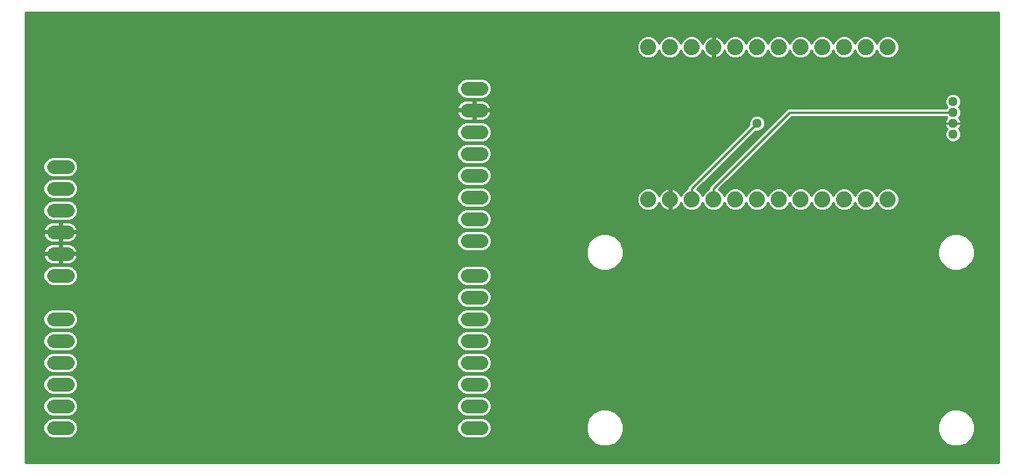
<source format=gbl>
G75*
G70*
%OFA0B0*%
%FSLAX24Y24*%
%IPPOS*%
%LPD*%
%AMOC8*
5,1,8,0,0,1.08239X$1,22.5*
%
%ADD10C,0.0640*%
%ADD11C,0.0740*%
%ADD12C,0.0440*%
%ADD13C,0.0100*%
D10*
X001980Y002325D02*
X002620Y002325D01*
X002620Y003325D02*
X001980Y003325D01*
X001980Y004325D02*
X002620Y004325D01*
X002620Y005325D02*
X001980Y005325D01*
X001980Y006325D02*
X002620Y006325D01*
X002620Y007325D02*
X001980Y007325D01*
X001980Y009325D02*
X002620Y009325D01*
X002620Y010325D02*
X001980Y010325D01*
X001980Y011325D02*
X002620Y011325D01*
X002620Y012325D02*
X001980Y012325D01*
X001980Y013325D02*
X002620Y013325D01*
X002620Y014325D02*
X001980Y014325D01*
X020980Y013925D02*
X021620Y013925D01*
X021620Y014925D02*
X020980Y014925D01*
X020980Y015925D02*
X021620Y015925D01*
X021620Y016925D02*
X020980Y016925D01*
X020980Y017925D02*
X021620Y017925D01*
X021620Y012925D02*
X020980Y012925D01*
X020980Y011925D02*
X021620Y011925D01*
X021620Y010925D02*
X020980Y010925D01*
X020980Y009325D02*
X021620Y009325D01*
X021620Y008325D02*
X020980Y008325D01*
X020980Y007325D02*
X021620Y007325D01*
X021620Y006325D02*
X020980Y006325D01*
X020980Y005325D02*
X021620Y005325D01*
X021620Y004325D02*
X020980Y004325D01*
X020980Y003325D02*
X021620Y003325D01*
X021620Y002325D02*
X020980Y002325D01*
D11*
X029300Y012825D03*
X030300Y012825D03*
X031300Y012825D03*
X032300Y012825D03*
X033300Y012825D03*
X034300Y012825D03*
X035300Y012825D03*
X036300Y012825D03*
X037300Y012825D03*
X038300Y012825D03*
X039300Y012825D03*
X040300Y012825D03*
X040300Y019825D03*
X039300Y019825D03*
X038300Y019825D03*
X037300Y019825D03*
X036300Y019825D03*
X035300Y019825D03*
X034300Y019825D03*
X033300Y019825D03*
X032300Y019825D03*
X031300Y019825D03*
X030300Y019825D03*
X029300Y019825D03*
D12*
X034300Y016325D03*
X043300Y016325D03*
X043300Y015825D03*
X043300Y016825D03*
X043300Y017325D03*
D13*
X000700Y021425D02*
X000700Y000725D01*
X045400Y000725D01*
X045400Y021425D01*
X000700Y021425D01*
X000700Y021404D02*
X045400Y021404D01*
X045400Y021306D02*
X000700Y021306D01*
X000700Y021207D02*
X045400Y021207D01*
X045400Y021109D02*
X000700Y021109D01*
X000700Y021010D02*
X045400Y021010D01*
X045400Y020912D02*
X000700Y020912D01*
X000700Y020813D02*
X045400Y020813D01*
X045400Y020715D02*
X000700Y020715D01*
X000700Y020616D02*
X045400Y020616D01*
X045400Y020518D02*
X000700Y020518D01*
X000700Y020419D02*
X045400Y020419D01*
X045400Y020321D02*
X040462Y020321D01*
X040403Y020345D02*
X040595Y020266D01*
X040741Y020120D01*
X040820Y019928D01*
X040820Y019722D01*
X040741Y019530D01*
X040595Y019384D01*
X040403Y019305D01*
X040197Y019305D01*
X040005Y019384D01*
X039859Y019530D01*
X039800Y019673D01*
X039741Y019530D01*
X039595Y019384D01*
X039403Y019305D01*
X039197Y019305D01*
X039005Y019384D01*
X038859Y019530D01*
X038800Y019673D01*
X038741Y019530D01*
X038595Y019384D01*
X038403Y019305D01*
X038197Y019305D01*
X038005Y019384D01*
X037859Y019530D01*
X037800Y019673D01*
X037741Y019530D01*
X037595Y019384D01*
X037403Y019305D01*
X037197Y019305D01*
X037005Y019384D01*
X036859Y019530D01*
X036800Y019673D01*
X036741Y019530D01*
X036595Y019384D01*
X036403Y019305D01*
X036197Y019305D01*
X036005Y019384D01*
X035859Y019530D01*
X035800Y019673D01*
X035741Y019530D01*
X035595Y019384D01*
X035403Y019305D01*
X035197Y019305D01*
X035005Y019384D01*
X034859Y019530D01*
X034800Y019673D01*
X034741Y019530D01*
X034595Y019384D01*
X034403Y019305D01*
X034197Y019305D01*
X034005Y019384D01*
X033859Y019530D01*
X033800Y019673D01*
X033741Y019530D01*
X033595Y019384D01*
X033403Y019305D01*
X033197Y019305D01*
X033005Y019384D01*
X032859Y019530D01*
X032799Y019677D01*
X032782Y019625D01*
X032745Y019552D01*
X032697Y019486D01*
X032639Y019428D01*
X032573Y019380D01*
X032500Y019343D01*
X032422Y019318D01*
X032350Y019306D01*
X032350Y019775D01*
X032250Y019775D01*
X032250Y019306D01*
X032178Y019318D01*
X032100Y019343D01*
X032027Y019380D01*
X031961Y019428D01*
X031903Y019486D01*
X031855Y019552D01*
X031818Y019625D01*
X031801Y019677D01*
X031741Y019530D01*
X031595Y019384D01*
X031403Y019305D01*
X031197Y019305D01*
X031005Y019384D01*
X030859Y019530D01*
X030800Y019673D01*
X030741Y019530D01*
X030595Y019384D01*
X030403Y019305D01*
X030197Y019305D01*
X030005Y019384D01*
X029859Y019530D01*
X029800Y019673D01*
X029741Y019530D01*
X029595Y019384D01*
X029403Y019305D01*
X029197Y019305D01*
X029005Y019384D01*
X028859Y019530D01*
X028780Y019722D01*
X028780Y019928D01*
X028859Y020120D01*
X029005Y020266D01*
X029197Y020345D01*
X029403Y020345D01*
X029595Y020266D01*
X029741Y020120D01*
X029800Y019977D01*
X029859Y020120D01*
X030005Y020266D01*
X030197Y020345D01*
X030403Y020345D01*
X030595Y020266D01*
X030741Y020120D01*
X030800Y019977D01*
X030859Y020120D01*
X031005Y020266D01*
X031197Y020345D01*
X031403Y020345D01*
X031595Y020266D01*
X031741Y020120D01*
X031801Y019973D01*
X031818Y020025D01*
X031780Y020025D01*
X031818Y020025D02*
X031855Y020098D01*
X031903Y020164D01*
X031961Y020222D01*
X032027Y020270D01*
X032100Y020307D01*
X032178Y020332D01*
X032250Y020344D01*
X032250Y019875D01*
X032350Y019875D01*
X032350Y020344D01*
X032422Y020332D01*
X032500Y020307D01*
X032573Y020270D01*
X032639Y020222D01*
X032697Y020164D01*
X032745Y020098D01*
X032782Y020025D01*
X032820Y020025D01*
X032782Y020025D02*
X032799Y019973D01*
X032859Y020120D01*
X033005Y020266D01*
X033197Y020345D01*
X033403Y020345D01*
X033595Y020266D01*
X033741Y020120D01*
X033800Y019977D01*
X033859Y020120D01*
X034005Y020266D01*
X034197Y020345D01*
X034403Y020345D01*
X034595Y020266D01*
X034741Y020120D01*
X034800Y019977D01*
X034859Y020120D01*
X035005Y020266D01*
X035197Y020345D01*
X035403Y020345D01*
X035595Y020266D01*
X035741Y020120D01*
X035800Y019977D01*
X035859Y020120D01*
X036005Y020266D01*
X036197Y020345D01*
X036403Y020345D01*
X036595Y020266D01*
X036741Y020120D01*
X036800Y019977D01*
X036859Y020120D01*
X037005Y020266D01*
X037197Y020345D01*
X037403Y020345D01*
X037595Y020266D01*
X037741Y020120D01*
X037800Y019977D01*
X037859Y020120D01*
X038005Y020266D01*
X038197Y020345D01*
X038403Y020345D01*
X038595Y020266D01*
X038741Y020120D01*
X038800Y019977D01*
X038859Y020120D01*
X039005Y020266D01*
X039197Y020345D01*
X039403Y020345D01*
X039595Y020266D01*
X039741Y020120D01*
X039800Y019977D01*
X039859Y020120D01*
X040005Y020266D01*
X040197Y020345D01*
X040403Y020345D01*
X040638Y020222D02*
X045400Y020222D01*
X045400Y020124D02*
X040737Y020124D01*
X040780Y020025D02*
X045400Y020025D01*
X045400Y019927D02*
X040820Y019927D01*
X040820Y019828D02*
X045400Y019828D01*
X045400Y019730D02*
X040820Y019730D01*
X040783Y019631D02*
X045400Y019631D01*
X045400Y019533D02*
X040742Y019533D01*
X040644Y019434D02*
X045400Y019434D01*
X045400Y019336D02*
X040477Y019336D01*
X040123Y019336D02*
X039477Y019336D01*
X039644Y019434D02*
X039956Y019434D01*
X039858Y019533D02*
X039742Y019533D01*
X039783Y019631D02*
X039817Y019631D01*
X039820Y020025D02*
X039780Y020025D01*
X039737Y020124D02*
X039863Y020124D01*
X039962Y020222D02*
X039638Y020222D01*
X039462Y020321D02*
X040138Y020321D01*
X039138Y020321D02*
X038462Y020321D01*
X038638Y020222D02*
X038962Y020222D01*
X038863Y020124D02*
X038737Y020124D01*
X038780Y020025D02*
X038820Y020025D01*
X038817Y019631D02*
X038783Y019631D01*
X038742Y019533D02*
X038858Y019533D01*
X038956Y019434D02*
X038644Y019434D01*
X038477Y019336D02*
X039123Y019336D01*
X038123Y019336D02*
X037477Y019336D01*
X037644Y019434D02*
X037956Y019434D01*
X037858Y019533D02*
X037742Y019533D01*
X037783Y019631D02*
X037817Y019631D01*
X037820Y020025D02*
X037780Y020025D01*
X037737Y020124D02*
X037863Y020124D01*
X037962Y020222D02*
X037638Y020222D01*
X037462Y020321D02*
X038138Y020321D01*
X037138Y020321D02*
X036462Y020321D01*
X036638Y020222D02*
X036962Y020222D01*
X036863Y020124D02*
X036737Y020124D01*
X036780Y020025D02*
X036820Y020025D01*
X036817Y019631D02*
X036783Y019631D01*
X036742Y019533D02*
X036858Y019533D01*
X036956Y019434D02*
X036644Y019434D01*
X036477Y019336D02*
X037123Y019336D01*
X036123Y019336D02*
X035477Y019336D01*
X035644Y019434D02*
X035956Y019434D01*
X035858Y019533D02*
X035742Y019533D01*
X035783Y019631D02*
X035817Y019631D01*
X034956Y019434D02*
X034644Y019434D01*
X034742Y019533D02*
X034858Y019533D01*
X034817Y019631D02*
X034783Y019631D01*
X034780Y020025D02*
X034820Y020025D01*
X034863Y020124D02*
X034737Y020124D01*
X034638Y020222D02*
X034962Y020222D01*
X035138Y020321D02*
X034462Y020321D01*
X034138Y020321D02*
X033462Y020321D01*
X033638Y020222D02*
X033962Y020222D01*
X033863Y020124D02*
X033737Y020124D01*
X033780Y020025D02*
X033820Y020025D01*
X033138Y020321D02*
X032458Y020321D01*
X032350Y020321D02*
X032250Y020321D01*
X032250Y020222D02*
X032350Y020222D01*
X032350Y020124D02*
X032250Y020124D01*
X032250Y020025D02*
X032350Y020025D01*
X032350Y019927D02*
X032250Y019927D01*
X032250Y019730D02*
X032350Y019730D01*
X032350Y019631D02*
X032250Y019631D01*
X032250Y019533D02*
X032350Y019533D01*
X032350Y019434D02*
X032250Y019434D01*
X032250Y019336D02*
X032350Y019336D01*
X032476Y019336D02*
X033123Y019336D01*
X032956Y019434D02*
X032644Y019434D01*
X032730Y019533D02*
X032858Y019533D01*
X032817Y019631D02*
X032784Y019631D01*
X032726Y020124D02*
X032863Y020124D01*
X032962Y020222D02*
X032638Y020222D01*
X032142Y020321D02*
X031462Y020321D01*
X031638Y020222D02*
X031962Y020222D01*
X031874Y020124D02*
X031737Y020124D01*
X031783Y019631D02*
X031816Y019631D01*
X031870Y019533D02*
X031742Y019533D01*
X031644Y019434D02*
X031956Y019434D01*
X032124Y019336D02*
X031477Y019336D01*
X031123Y019336D02*
X030477Y019336D01*
X030644Y019434D02*
X030956Y019434D01*
X030858Y019533D02*
X030742Y019533D01*
X030783Y019631D02*
X030817Y019631D01*
X030820Y020025D02*
X030780Y020025D01*
X030737Y020124D02*
X030863Y020124D01*
X030962Y020222D02*
X030638Y020222D01*
X030462Y020321D02*
X031138Y020321D01*
X030138Y020321D02*
X029462Y020321D01*
X029638Y020222D02*
X029962Y020222D01*
X029863Y020124D02*
X029737Y020124D01*
X029780Y020025D02*
X029820Y020025D01*
X029138Y020321D02*
X000700Y020321D01*
X000700Y020222D02*
X028962Y020222D01*
X028863Y020124D02*
X000700Y020124D01*
X000700Y020025D02*
X028820Y020025D01*
X028780Y019927D02*
X000700Y019927D01*
X000700Y019828D02*
X028780Y019828D01*
X028780Y019730D02*
X000700Y019730D01*
X000700Y019631D02*
X028817Y019631D01*
X028858Y019533D02*
X000700Y019533D01*
X000700Y019434D02*
X028956Y019434D01*
X029123Y019336D02*
X000700Y019336D01*
X000700Y019237D02*
X045400Y019237D01*
X045400Y019139D02*
X000700Y019139D01*
X000700Y019040D02*
X045400Y019040D01*
X045400Y018942D02*
X000700Y018942D01*
X000700Y018843D02*
X045400Y018843D01*
X045400Y018745D02*
X000700Y018745D01*
X000700Y018646D02*
X045400Y018646D01*
X045400Y018548D02*
X000700Y018548D01*
X000700Y018449D02*
X045400Y018449D01*
X045400Y018351D02*
X021821Y018351D01*
X021886Y018323D02*
X021713Y018395D01*
X020887Y018395D01*
X020714Y018323D01*
X020582Y018191D01*
X020510Y018018D01*
X020510Y017832D01*
X020582Y017659D01*
X020714Y017527D01*
X020887Y017455D01*
X021713Y017455D01*
X021886Y017527D01*
X022018Y017659D01*
X022090Y017832D01*
X022090Y018018D01*
X022018Y018191D01*
X021886Y018323D01*
X021958Y018252D02*
X045400Y018252D01*
X045400Y018154D02*
X022034Y018154D01*
X022075Y018055D02*
X045400Y018055D01*
X045400Y017957D02*
X022090Y017957D01*
X022090Y017858D02*
X045400Y017858D01*
X045400Y017760D02*
X022060Y017760D01*
X022019Y017661D02*
X043144Y017661D01*
X043090Y017639D02*
X042986Y017535D01*
X042930Y017399D01*
X042930Y017251D01*
X042986Y017115D01*
X043027Y017075D01*
X042986Y017035D01*
X042982Y017025D01*
X035717Y017025D01*
X035600Y016908D01*
X032100Y013408D01*
X032100Y013305D01*
X032005Y013266D01*
X031859Y013120D01*
X031800Y012977D01*
X031741Y013120D01*
X031595Y013266D01*
X031544Y013287D01*
X034217Y015959D01*
X034226Y015955D01*
X034374Y015955D01*
X034510Y016011D01*
X034614Y016115D01*
X034670Y016251D01*
X034670Y016399D01*
X034614Y016535D01*
X034510Y016639D01*
X034374Y016695D01*
X034226Y016695D01*
X034090Y016639D01*
X033986Y016535D01*
X033930Y016399D01*
X033930Y016251D01*
X033934Y016242D01*
X031100Y013408D01*
X031100Y013305D01*
X031005Y013266D01*
X030859Y013120D01*
X030799Y012973D01*
X030782Y013025D01*
X030745Y013098D01*
X030697Y013164D01*
X030639Y013222D01*
X030573Y013270D01*
X030500Y013307D01*
X030422Y013332D01*
X030350Y013344D01*
X030350Y012875D01*
X030250Y012875D01*
X030250Y013344D01*
X030178Y013332D01*
X030100Y013307D01*
X030027Y013270D01*
X029961Y013222D01*
X029903Y013164D01*
X029855Y013098D01*
X029818Y013025D01*
X029801Y012973D01*
X029741Y013120D01*
X029595Y013266D01*
X029403Y013345D01*
X029197Y013345D01*
X029005Y013266D01*
X028859Y013120D01*
X028780Y012928D01*
X028780Y012722D01*
X028859Y012530D01*
X029005Y012384D01*
X029197Y012305D01*
X029403Y012305D01*
X029595Y012384D01*
X029741Y012530D01*
X029801Y012677D01*
X029818Y012625D01*
X029855Y012552D01*
X029903Y012486D01*
X029961Y012428D01*
X030027Y012380D01*
X030100Y012343D01*
X030178Y012318D01*
X030250Y012306D01*
X030250Y012775D01*
X030350Y012775D01*
X030350Y012306D01*
X030422Y012318D01*
X030500Y012343D01*
X030573Y012380D01*
X030639Y012428D01*
X030697Y012486D01*
X030745Y012552D01*
X030782Y012625D01*
X030799Y012677D01*
X030859Y012530D01*
X031005Y012384D01*
X031197Y012305D01*
X031403Y012305D01*
X031595Y012384D01*
X031741Y012530D01*
X031800Y012673D01*
X031859Y012530D01*
X032005Y012384D01*
X032197Y012305D01*
X032403Y012305D01*
X032595Y012384D01*
X032741Y012530D01*
X032800Y012673D01*
X032859Y012530D01*
X033005Y012384D01*
X033197Y012305D01*
X033403Y012305D01*
X033595Y012384D01*
X033741Y012530D01*
X033800Y012673D01*
X033859Y012530D01*
X034005Y012384D01*
X034197Y012305D01*
X034403Y012305D01*
X034595Y012384D01*
X034741Y012530D01*
X034800Y012673D01*
X034859Y012530D01*
X035005Y012384D01*
X035197Y012305D01*
X035403Y012305D01*
X035595Y012384D01*
X035741Y012530D01*
X035800Y012673D01*
X035859Y012530D01*
X036005Y012384D01*
X036197Y012305D01*
X036403Y012305D01*
X036595Y012384D01*
X036741Y012530D01*
X036800Y012673D01*
X036859Y012530D01*
X037005Y012384D01*
X037197Y012305D01*
X037403Y012305D01*
X037595Y012384D01*
X037741Y012530D01*
X037800Y012673D01*
X037859Y012530D01*
X038005Y012384D01*
X038197Y012305D01*
X038403Y012305D01*
X038595Y012384D01*
X038741Y012530D01*
X038800Y012673D01*
X038859Y012530D01*
X039005Y012384D01*
X039197Y012305D01*
X039403Y012305D01*
X039595Y012384D01*
X039741Y012530D01*
X039800Y012673D01*
X039859Y012530D01*
X040005Y012384D01*
X040197Y012305D01*
X040403Y012305D01*
X040595Y012384D01*
X040741Y012530D01*
X040820Y012722D01*
X040820Y012928D01*
X040741Y013120D01*
X040595Y013266D01*
X040403Y013345D01*
X040197Y013345D01*
X040005Y013266D01*
X039859Y013120D01*
X039800Y012977D01*
X039741Y013120D01*
X039595Y013266D01*
X039403Y013345D01*
X039197Y013345D01*
X039005Y013266D01*
X038859Y013120D01*
X038800Y012977D01*
X038741Y013120D01*
X038595Y013266D01*
X038403Y013345D01*
X038197Y013345D01*
X038005Y013266D01*
X037859Y013120D01*
X037800Y012977D01*
X037741Y013120D01*
X037595Y013266D01*
X037403Y013345D01*
X037197Y013345D01*
X037005Y013266D01*
X036859Y013120D01*
X036800Y012977D01*
X036741Y013120D01*
X036595Y013266D01*
X036403Y013345D01*
X036197Y013345D01*
X036005Y013266D01*
X035859Y013120D01*
X035800Y012977D01*
X035741Y013120D01*
X035595Y013266D01*
X035403Y013345D01*
X035197Y013345D01*
X035005Y013266D01*
X034859Y013120D01*
X034800Y012977D01*
X034741Y013120D01*
X034595Y013266D01*
X034403Y013345D01*
X034197Y013345D01*
X034005Y013266D01*
X033859Y013120D01*
X033800Y012977D01*
X033741Y013120D01*
X033595Y013266D01*
X033403Y013345D01*
X033197Y013345D01*
X033005Y013266D01*
X032859Y013120D01*
X032800Y012977D01*
X032741Y013120D01*
X032595Y013266D01*
X032544Y013287D01*
X035883Y016625D01*
X042982Y016625D01*
X042986Y016615D01*
X043027Y016575D01*
X043013Y016561D01*
X042972Y016500D01*
X042944Y016433D01*
X042930Y016361D01*
X042930Y016325D01*
X043300Y016325D01*
X043670Y016325D01*
X043670Y016361D01*
X043656Y016433D01*
X043628Y016500D01*
X043587Y016561D01*
X043573Y016575D01*
X043614Y016615D01*
X043670Y016751D01*
X043670Y016899D01*
X043614Y017035D01*
X043573Y017075D01*
X043614Y017115D01*
X043670Y017251D01*
X043670Y017399D01*
X043614Y017535D01*
X043510Y017639D01*
X043374Y017695D01*
X043226Y017695D01*
X043090Y017639D01*
X043014Y017563D02*
X021922Y017563D01*
X021735Y017464D02*
X042957Y017464D01*
X042930Y017366D02*
X021785Y017366D01*
X021800Y017361D02*
X021730Y017383D01*
X021657Y017395D01*
X021350Y017395D01*
X021350Y016975D01*
X021250Y016975D01*
X021250Y017395D01*
X020943Y017395D01*
X020870Y017383D01*
X020800Y017361D01*
X020734Y017327D01*
X020674Y017283D01*
X020622Y017231D01*
X020578Y017171D01*
X020544Y017105D01*
X020522Y017035D01*
X020512Y016975D01*
X021250Y016975D01*
X021250Y016875D01*
X021350Y016875D01*
X021350Y016975D01*
X022088Y016975D01*
X022078Y017035D01*
X022056Y017105D01*
X022022Y017171D01*
X021978Y017231D01*
X021926Y017283D01*
X021866Y017327D01*
X021800Y017361D01*
X021943Y017267D02*
X042930Y017267D01*
X042964Y017169D02*
X022023Y017169D01*
X022067Y017070D02*
X043022Y017070D01*
X043300Y016825D02*
X035800Y016825D01*
X032300Y013325D01*
X032300Y012825D01*
X031823Y013032D02*
X031777Y013032D01*
X031730Y013130D02*
X031870Y013130D01*
X031968Y013229D02*
X031632Y013229D01*
X031585Y013327D02*
X032100Y013327D01*
X032118Y013426D02*
X031683Y013426D01*
X031782Y013524D02*
X032216Y013524D01*
X032315Y013623D02*
X031880Y013623D01*
X031979Y013721D02*
X032413Y013721D01*
X032512Y013820D02*
X032077Y013820D01*
X032176Y013918D02*
X032610Y013918D01*
X032709Y014017D02*
X032274Y014017D01*
X032373Y014115D02*
X032807Y014115D01*
X032906Y014214D02*
X032471Y014214D01*
X032570Y014312D02*
X033004Y014312D01*
X033103Y014411D02*
X032668Y014411D01*
X032767Y014509D02*
X033201Y014509D01*
X033300Y014608D02*
X032865Y014608D01*
X032964Y014706D02*
X033398Y014706D01*
X033497Y014805D02*
X033062Y014805D01*
X033161Y014903D02*
X033595Y014903D01*
X033694Y015002D02*
X033259Y015002D01*
X033358Y015100D02*
X033792Y015100D01*
X033891Y015199D02*
X033456Y015199D01*
X033555Y015297D02*
X033989Y015297D01*
X034088Y015396D02*
X033653Y015396D01*
X033752Y015494D02*
X034186Y015494D01*
X034285Y015593D02*
X033850Y015593D01*
X033949Y015691D02*
X034383Y015691D01*
X034482Y015790D02*
X034047Y015790D01*
X034146Y015888D02*
X034580Y015888D01*
X034679Y015987D02*
X034450Y015987D01*
X034583Y016085D02*
X034777Y016085D01*
X034876Y016184D02*
X034642Y016184D01*
X034670Y016282D02*
X034974Y016282D01*
X035073Y016381D02*
X034670Y016381D01*
X034637Y016479D02*
X035171Y016479D01*
X035270Y016578D02*
X034571Y016578D01*
X034419Y016676D02*
X035368Y016676D01*
X035467Y016775D02*
X022065Y016775D01*
X022056Y016745D02*
X022078Y016815D01*
X022088Y016875D01*
X021350Y016875D01*
X021350Y016455D01*
X021657Y016455D01*
X021730Y016467D01*
X021800Y016489D01*
X021866Y016523D01*
X021926Y016567D01*
X021978Y016619D01*
X022022Y016679D01*
X022056Y016745D01*
X022020Y016676D02*
X034181Y016676D01*
X034029Y016578D02*
X021937Y016578D01*
X021768Y016479D02*
X033963Y016479D01*
X033930Y016381D02*
X021748Y016381D01*
X021713Y016395D02*
X020887Y016395D01*
X020714Y016323D01*
X020582Y016191D01*
X020510Y016018D01*
X020510Y015832D01*
X020582Y015659D01*
X020714Y015527D01*
X020887Y015455D01*
X021713Y015455D01*
X021886Y015527D01*
X022018Y015659D01*
X022090Y015832D01*
X022090Y016018D01*
X022018Y016191D01*
X021886Y016323D01*
X021713Y016395D01*
X021928Y016282D02*
X033930Y016282D01*
X033876Y016184D02*
X022022Y016184D01*
X022062Y016085D02*
X033777Y016085D01*
X033679Y015987D02*
X022090Y015987D01*
X022090Y015888D02*
X033580Y015888D01*
X033482Y015790D02*
X022073Y015790D01*
X022032Y015691D02*
X033383Y015691D01*
X033285Y015593D02*
X021952Y015593D01*
X021808Y015494D02*
X033186Y015494D01*
X033088Y015396D02*
X000700Y015396D01*
X000700Y015494D02*
X020792Y015494D01*
X020887Y015395D02*
X020714Y015323D01*
X020582Y015191D01*
X020510Y015018D01*
X020510Y014832D01*
X020582Y014659D01*
X020714Y014527D01*
X020887Y014455D01*
X021713Y014455D01*
X021886Y014527D01*
X022018Y014659D01*
X022090Y014832D01*
X022090Y015018D01*
X022018Y015191D01*
X021886Y015323D01*
X021713Y015395D01*
X020887Y015395D01*
X020687Y015297D02*
X000700Y015297D01*
X000700Y015199D02*
X020589Y015199D01*
X020544Y015100D02*
X000700Y015100D01*
X000700Y015002D02*
X020510Y015002D01*
X020510Y014903D02*
X000700Y014903D01*
X000700Y014805D02*
X020521Y014805D01*
X020562Y014706D02*
X002904Y014706D01*
X002886Y014723D02*
X003018Y014591D01*
X003090Y014418D01*
X003090Y014232D01*
X003018Y014059D01*
X002886Y013927D01*
X002713Y013855D01*
X001887Y013855D01*
X001714Y013927D01*
X001582Y014059D01*
X001510Y014232D01*
X001510Y014418D01*
X001582Y014591D01*
X001714Y014723D01*
X001887Y014795D01*
X002713Y014795D01*
X002886Y014723D01*
X003002Y014608D02*
X020633Y014608D01*
X020756Y014509D02*
X003052Y014509D01*
X003090Y014411D02*
X032103Y014411D01*
X032201Y014509D02*
X021844Y014509D01*
X021967Y014608D02*
X032300Y014608D01*
X032398Y014706D02*
X022038Y014706D01*
X022079Y014805D02*
X032497Y014805D01*
X032595Y014903D02*
X022090Y014903D01*
X022090Y015002D02*
X032694Y015002D01*
X032792Y015100D02*
X022056Y015100D01*
X022011Y015199D02*
X032891Y015199D01*
X032989Y015297D02*
X021913Y015297D01*
X020648Y015593D02*
X000700Y015593D01*
X000700Y015691D02*
X020568Y015691D01*
X020527Y015790D02*
X000700Y015790D01*
X000700Y015888D02*
X020510Y015888D01*
X020510Y015987D02*
X000700Y015987D01*
X000700Y016085D02*
X020538Y016085D01*
X020578Y016184D02*
X000700Y016184D01*
X000700Y016282D02*
X020672Y016282D01*
X020852Y016381D02*
X000700Y016381D01*
X000700Y016479D02*
X020832Y016479D01*
X020800Y016489D02*
X020870Y016467D01*
X020943Y016455D01*
X021250Y016455D01*
X021250Y016875D01*
X020512Y016875D01*
X020522Y016815D01*
X020544Y016745D01*
X020578Y016679D01*
X020622Y016619D01*
X020674Y016567D01*
X020734Y016523D01*
X020800Y016489D01*
X020663Y016578D02*
X000700Y016578D01*
X000700Y016676D02*
X020580Y016676D01*
X020535Y016775D02*
X000700Y016775D01*
X000700Y016873D02*
X020512Y016873D01*
X020533Y017070D02*
X000700Y017070D01*
X000700Y016972D02*
X021250Y016972D01*
X021250Y017070D02*
X021350Y017070D01*
X021350Y016972D02*
X035664Y016972D01*
X035565Y016873D02*
X022088Y016873D01*
X021350Y016873D02*
X021250Y016873D01*
X021250Y016775D02*
X021350Y016775D01*
X021350Y016676D02*
X021250Y016676D01*
X021250Y016578D02*
X021350Y016578D01*
X021350Y016479D02*
X021250Y016479D01*
X021250Y017169D02*
X021350Y017169D01*
X021350Y017267D02*
X021250Y017267D01*
X021250Y017366D02*
X021350Y017366D01*
X020865Y017464D02*
X000700Y017464D01*
X000700Y017366D02*
X020815Y017366D01*
X020657Y017267D02*
X000700Y017267D01*
X000700Y017169D02*
X020577Y017169D01*
X020678Y017563D02*
X000700Y017563D01*
X000700Y017661D02*
X020581Y017661D01*
X020540Y017760D02*
X000700Y017760D01*
X000700Y017858D02*
X020510Y017858D01*
X020510Y017957D02*
X000700Y017957D01*
X000700Y018055D02*
X020525Y018055D01*
X020566Y018154D02*
X000700Y018154D01*
X000700Y018252D02*
X020642Y018252D01*
X020779Y018351D02*
X000700Y018351D01*
X000700Y014706D02*
X001696Y014706D01*
X001598Y014608D02*
X000700Y014608D01*
X000700Y014509D02*
X001548Y014509D01*
X001510Y014411D02*
X000700Y014411D01*
X000700Y014312D02*
X001510Y014312D01*
X001517Y014214D02*
X000700Y014214D01*
X000700Y014115D02*
X001558Y014115D01*
X001624Y014017D02*
X000700Y014017D01*
X000700Y013918D02*
X001734Y013918D01*
X001714Y013723D02*
X001582Y013591D01*
X001510Y013418D01*
X001510Y013232D01*
X001582Y013059D01*
X001714Y012927D01*
X001887Y012855D01*
X002713Y012855D01*
X002886Y012927D01*
X003018Y013059D01*
X003090Y013232D01*
X003090Y013418D01*
X003018Y013591D01*
X002886Y013723D01*
X002713Y013795D01*
X001887Y013795D01*
X001714Y013723D01*
X001711Y013721D02*
X000700Y013721D01*
X000700Y013623D02*
X001613Y013623D01*
X001554Y013524D02*
X000700Y013524D01*
X000700Y013426D02*
X001513Y013426D01*
X001510Y013327D02*
X000700Y013327D01*
X000700Y013229D02*
X001511Y013229D01*
X001552Y013130D02*
X000700Y013130D01*
X000700Y013032D02*
X001609Y013032D01*
X001707Y012933D02*
X000700Y012933D01*
X000700Y012835D02*
X020510Y012835D01*
X020510Y012832D02*
X020582Y012659D01*
X020714Y012527D01*
X020887Y012455D01*
X021713Y012455D01*
X021886Y012527D01*
X022018Y012659D01*
X022090Y012832D01*
X022090Y013018D01*
X022018Y013191D01*
X021886Y013323D01*
X021713Y013395D01*
X020887Y013395D01*
X020714Y013323D01*
X020582Y013191D01*
X020510Y013018D01*
X020510Y012832D01*
X020510Y012933D02*
X002893Y012933D01*
X002991Y013032D02*
X020515Y013032D01*
X020556Y013130D02*
X003048Y013130D01*
X003089Y013229D02*
X020619Y013229D01*
X020722Y013327D02*
X003090Y013327D01*
X003087Y013426D02*
X031118Y013426D01*
X031100Y013327D02*
X030438Y013327D01*
X030350Y013327D02*
X030250Y013327D01*
X030162Y013327D02*
X029447Y013327D01*
X029632Y013229D02*
X029971Y013229D01*
X029879Y013130D02*
X029730Y013130D01*
X029777Y013032D02*
X029822Y013032D01*
X030250Y013032D02*
X030350Y013032D01*
X030350Y013130D02*
X030250Y013130D01*
X030250Y013229D02*
X030350Y013229D01*
X030629Y013229D02*
X030968Y013229D01*
X030870Y013130D02*
X030721Y013130D01*
X030778Y013032D02*
X030823Y013032D01*
X030350Y012933D02*
X030250Y012933D01*
X030250Y012736D02*
X030350Y012736D01*
X030350Y012638D02*
X030250Y012638D01*
X030250Y012539D02*
X030350Y012539D01*
X030350Y012441D02*
X030250Y012441D01*
X030250Y012342D02*
X030350Y012342D01*
X030496Y012342D02*
X031107Y012342D01*
X030949Y012441D02*
X030651Y012441D01*
X030735Y012539D02*
X030856Y012539D01*
X030815Y012638D02*
X030786Y012638D01*
X030104Y012342D02*
X029493Y012342D01*
X029651Y012441D02*
X029949Y012441D01*
X029865Y012539D02*
X029744Y012539D01*
X029785Y012638D02*
X029814Y012638D01*
X029107Y012342D02*
X021841Y012342D01*
X021886Y012323D02*
X021713Y012395D01*
X020887Y012395D01*
X020714Y012323D01*
X020582Y012191D01*
X020510Y012018D01*
X020510Y011832D01*
X020582Y011659D01*
X020714Y011527D01*
X020887Y011455D01*
X021713Y011455D01*
X021886Y011527D01*
X022018Y011659D01*
X022090Y011832D01*
X022090Y012018D01*
X022018Y012191D01*
X021886Y012323D01*
X021966Y012244D02*
X045400Y012244D01*
X045400Y012342D02*
X040493Y012342D01*
X040651Y012441D02*
X045400Y012441D01*
X045400Y012539D02*
X040744Y012539D01*
X040785Y012638D02*
X045400Y012638D01*
X045400Y012736D02*
X040820Y012736D01*
X040820Y012835D02*
X045400Y012835D01*
X045400Y012933D02*
X040818Y012933D01*
X040777Y013032D02*
X045400Y013032D01*
X045400Y013130D02*
X040730Y013130D01*
X040632Y013229D02*
X045400Y013229D01*
X045400Y013327D02*
X040447Y013327D01*
X040153Y013327D02*
X039447Y013327D01*
X039632Y013229D02*
X039968Y013229D01*
X039870Y013130D02*
X039730Y013130D01*
X039777Y013032D02*
X039823Y013032D01*
X039153Y013327D02*
X038447Y013327D01*
X038632Y013229D02*
X038968Y013229D01*
X038870Y013130D02*
X038730Y013130D01*
X038777Y013032D02*
X038823Y013032D01*
X038153Y013327D02*
X037447Y013327D01*
X037632Y013229D02*
X037968Y013229D01*
X037870Y013130D02*
X037730Y013130D01*
X037777Y013032D02*
X037823Y013032D01*
X037815Y012638D02*
X037785Y012638D01*
X037744Y012539D02*
X037856Y012539D01*
X037949Y012441D02*
X037651Y012441D01*
X037493Y012342D02*
X038107Y012342D01*
X038493Y012342D02*
X039107Y012342D01*
X038949Y012441D02*
X038651Y012441D01*
X038744Y012539D02*
X038856Y012539D01*
X038815Y012638D02*
X038785Y012638D01*
X039493Y012342D02*
X040107Y012342D01*
X039949Y012441D02*
X039651Y012441D01*
X039744Y012539D02*
X039856Y012539D01*
X039815Y012638D02*
X039785Y012638D01*
X037107Y012342D02*
X036493Y012342D01*
X036651Y012441D02*
X036949Y012441D01*
X036856Y012539D02*
X036744Y012539D01*
X036785Y012638D02*
X036815Y012638D01*
X036823Y013032D02*
X036777Y013032D01*
X036730Y013130D02*
X036870Y013130D01*
X036968Y013229D02*
X036632Y013229D01*
X036447Y013327D02*
X037153Y013327D01*
X036153Y013327D02*
X035447Y013327D01*
X035632Y013229D02*
X035968Y013229D01*
X035870Y013130D02*
X035730Y013130D01*
X035777Y013032D02*
X035823Y013032D01*
X035153Y013327D02*
X034447Y013327D01*
X034632Y013229D02*
X034968Y013229D01*
X034870Y013130D02*
X034730Y013130D01*
X034777Y013032D02*
X034823Y013032D01*
X034153Y013327D02*
X033447Y013327D01*
X033632Y013229D02*
X033968Y013229D01*
X033870Y013130D02*
X033730Y013130D01*
X033777Y013032D02*
X033823Y013032D01*
X033153Y013327D02*
X032585Y013327D01*
X032632Y013229D02*
X032968Y013229D01*
X032870Y013130D02*
X032730Y013130D01*
X032777Y013032D02*
X032823Y013032D01*
X032815Y012638D02*
X032785Y012638D01*
X032744Y012539D02*
X032856Y012539D01*
X032949Y012441D02*
X032651Y012441D01*
X032493Y012342D02*
X033107Y012342D01*
X033493Y012342D02*
X034107Y012342D01*
X033949Y012441D02*
X033651Y012441D01*
X033744Y012539D02*
X033856Y012539D01*
X033815Y012638D02*
X033785Y012638D01*
X034493Y012342D02*
X035107Y012342D01*
X034949Y012441D02*
X034651Y012441D01*
X034744Y012539D02*
X034856Y012539D01*
X034815Y012638D02*
X034785Y012638D01*
X035493Y012342D02*
X036107Y012342D01*
X035949Y012441D02*
X035651Y012441D01*
X035744Y012539D02*
X035856Y012539D01*
X035815Y012638D02*
X035785Y012638D01*
X033274Y014017D02*
X045400Y014017D01*
X045400Y014115D02*
X033373Y014115D01*
X033471Y014214D02*
X045400Y014214D01*
X045400Y014312D02*
X033570Y014312D01*
X033668Y014411D02*
X045400Y014411D01*
X045400Y014509D02*
X033767Y014509D01*
X033865Y014608D02*
X045400Y014608D01*
X045400Y014706D02*
X033964Y014706D01*
X034062Y014805D02*
X045400Y014805D01*
X045400Y014903D02*
X034161Y014903D01*
X034259Y015002D02*
X045400Y015002D01*
X045400Y015100D02*
X034358Y015100D01*
X034456Y015199D02*
X045400Y015199D01*
X045400Y015297D02*
X034555Y015297D01*
X034653Y015396D02*
X045400Y015396D01*
X045400Y015494D02*
X043468Y015494D01*
X043510Y015511D02*
X043614Y015615D01*
X043670Y015751D01*
X043670Y015899D01*
X043614Y016035D01*
X043573Y016075D01*
X043587Y016089D01*
X043628Y016150D01*
X043656Y016217D01*
X043670Y016289D01*
X043670Y016325D01*
X043300Y016325D01*
X043300Y016325D01*
X043300Y016325D01*
X042930Y016325D01*
X042930Y016289D01*
X042944Y016217D01*
X042972Y016150D01*
X043013Y016089D01*
X043027Y016075D01*
X042986Y016035D01*
X042930Y015899D01*
X042930Y015751D01*
X042986Y015615D01*
X043090Y015511D01*
X043226Y015455D01*
X043374Y015455D01*
X043510Y015511D01*
X043591Y015593D02*
X045400Y015593D01*
X045400Y015691D02*
X043645Y015691D01*
X043670Y015790D02*
X045400Y015790D01*
X045400Y015888D02*
X043670Y015888D01*
X043634Y015987D02*
X045400Y015987D01*
X045400Y016085D02*
X043583Y016085D01*
X043642Y016184D02*
X045400Y016184D01*
X045400Y016282D02*
X043669Y016282D01*
X043666Y016381D02*
X045400Y016381D01*
X045400Y016479D02*
X043637Y016479D01*
X043576Y016578D02*
X045400Y016578D01*
X045400Y016676D02*
X043639Y016676D01*
X043670Y016775D02*
X045400Y016775D01*
X045400Y016873D02*
X043670Y016873D01*
X043640Y016972D02*
X045400Y016972D01*
X045400Y017070D02*
X043578Y017070D01*
X043636Y017169D02*
X045400Y017169D01*
X045400Y017267D02*
X043670Y017267D01*
X043670Y017366D02*
X045400Y017366D01*
X045400Y017464D02*
X043643Y017464D01*
X043586Y017563D02*
X045400Y017563D01*
X045400Y017661D02*
X043456Y017661D01*
X043024Y016578D02*
X035835Y016578D01*
X035737Y016479D02*
X042963Y016479D01*
X042934Y016381D02*
X035638Y016381D01*
X035540Y016282D02*
X042931Y016282D01*
X042958Y016184D02*
X035441Y016184D01*
X035343Y016085D02*
X043017Y016085D01*
X042966Y015987D02*
X035244Y015987D01*
X035146Y015888D02*
X042930Y015888D01*
X042930Y015790D02*
X035047Y015790D01*
X034949Y015691D02*
X042955Y015691D01*
X043009Y015593D02*
X034850Y015593D01*
X034752Y015494D02*
X043132Y015494D01*
X045400Y013918D02*
X033176Y013918D01*
X033077Y013820D02*
X045400Y013820D01*
X045400Y013721D02*
X032979Y013721D01*
X032880Y013623D02*
X045400Y013623D01*
X045400Y013524D02*
X032782Y013524D01*
X032683Y013426D02*
X045400Y013426D01*
X045400Y012145D02*
X022038Y012145D01*
X022078Y012047D02*
X045400Y012047D01*
X045400Y011948D02*
X022090Y011948D01*
X022090Y011850D02*
X045400Y011850D01*
X045400Y011751D02*
X022057Y011751D01*
X022012Y011653D02*
X045400Y011653D01*
X045400Y011554D02*
X021914Y011554D01*
X021715Y011456D02*
X045400Y011456D01*
X045400Y011357D02*
X021805Y011357D01*
X021886Y011323D02*
X021713Y011395D01*
X020887Y011395D01*
X020714Y011323D01*
X020582Y011191D01*
X020510Y011018D01*
X020510Y010832D01*
X020582Y010659D01*
X020714Y010527D01*
X020887Y010455D01*
X021713Y010455D01*
X021886Y010527D01*
X022018Y010659D01*
X022090Y010832D01*
X022090Y011018D01*
X022018Y011191D01*
X021886Y011323D01*
X021951Y011259D02*
X045400Y011259D01*
X045400Y011160D02*
X043818Y011160D01*
X043923Y011116D02*
X043611Y011246D01*
X043273Y011246D01*
X042960Y011116D01*
X042721Y010877D01*
X042592Y010565D01*
X042592Y010227D01*
X042721Y009914D01*
X042960Y009675D01*
X043273Y009546D01*
X043611Y009546D01*
X043923Y009675D01*
X044162Y009914D01*
X044292Y010227D01*
X044292Y010565D01*
X044162Y010877D01*
X043923Y011116D01*
X043978Y011062D02*
X045400Y011062D01*
X045400Y010963D02*
X044077Y010963D01*
X044168Y010865D02*
X045400Y010865D01*
X045400Y010766D02*
X044208Y010766D01*
X044249Y010668D02*
X045400Y010668D01*
X045400Y010569D02*
X044290Y010569D01*
X044292Y010471D02*
X045400Y010471D01*
X045400Y010372D02*
X044292Y010372D01*
X044292Y010274D02*
X045400Y010274D01*
X045400Y010175D02*
X044270Y010175D01*
X044229Y010077D02*
X045400Y010077D01*
X045400Y009978D02*
X044189Y009978D01*
X044127Y009880D02*
X045400Y009880D01*
X045400Y009781D02*
X044029Y009781D01*
X043930Y009683D02*
X045400Y009683D01*
X045400Y009584D02*
X043703Y009584D01*
X043181Y009584D02*
X027561Y009584D01*
X027469Y009546D02*
X027781Y009675D01*
X028021Y009914D01*
X028150Y010227D01*
X028150Y010565D01*
X028021Y010877D01*
X027781Y011116D01*
X027469Y011246D01*
X027131Y011246D01*
X026819Y011116D01*
X026579Y010877D01*
X026450Y010565D01*
X026450Y010227D01*
X026579Y009914D01*
X026819Y009675D01*
X027131Y009546D01*
X027469Y009546D01*
X027789Y009683D02*
X042953Y009683D01*
X042854Y009781D02*
X027887Y009781D01*
X027986Y009880D02*
X042756Y009880D01*
X042695Y009978D02*
X028047Y009978D01*
X028088Y010077D02*
X042654Y010077D01*
X042613Y010175D02*
X028129Y010175D01*
X028150Y010274D02*
X042592Y010274D01*
X042592Y010372D02*
X028150Y010372D01*
X028150Y010471D02*
X042592Y010471D01*
X042593Y010569D02*
X028148Y010569D01*
X028108Y010668D02*
X042634Y010668D01*
X042675Y010766D02*
X028067Y010766D01*
X028026Y010865D02*
X042716Y010865D01*
X042807Y010963D02*
X027935Y010963D01*
X027836Y011062D02*
X042905Y011062D01*
X043065Y011160D02*
X027676Y011160D01*
X026924Y011160D02*
X022031Y011160D01*
X022072Y011062D02*
X026764Y011062D01*
X026665Y010963D02*
X022090Y010963D01*
X022090Y010865D02*
X026574Y010865D01*
X026533Y010766D02*
X022063Y010766D01*
X022022Y010668D02*
X026492Y010668D01*
X026452Y010569D02*
X021929Y010569D01*
X021751Y010471D02*
X026450Y010471D01*
X026450Y010372D02*
X002350Y010372D01*
X002350Y010375D02*
X003088Y010375D01*
X003078Y010435D01*
X003056Y010505D01*
X003022Y010571D01*
X002978Y010631D01*
X002926Y010683D01*
X002866Y010727D01*
X002800Y010761D01*
X002730Y010783D01*
X002657Y010795D01*
X002350Y010795D01*
X002350Y010375D01*
X002250Y010375D01*
X002250Y010795D01*
X001943Y010795D01*
X001870Y010783D01*
X001800Y010761D01*
X001734Y010727D01*
X001674Y010683D01*
X001622Y010631D01*
X001578Y010571D01*
X001544Y010505D01*
X001522Y010435D01*
X001512Y010375D01*
X002250Y010375D01*
X002250Y010275D01*
X002350Y010275D01*
X002350Y010375D01*
X002350Y010471D02*
X002250Y010471D01*
X002250Y010569D02*
X002350Y010569D01*
X002350Y010668D02*
X002250Y010668D01*
X002250Y010766D02*
X002350Y010766D01*
X002350Y010855D02*
X002657Y010855D01*
X002730Y010867D01*
X002800Y010889D01*
X002866Y010923D01*
X002926Y010967D01*
X002978Y011019D01*
X003022Y011079D01*
X003056Y011145D01*
X003078Y011215D01*
X003088Y011275D01*
X002350Y011275D01*
X002350Y011375D01*
X002250Y011375D01*
X002250Y011795D01*
X001943Y011795D01*
X001870Y011783D01*
X001800Y011761D01*
X001734Y011727D01*
X001674Y011683D01*
X001622Y011631D01*
X001578Y011571D01*
X001544Y011505D01*
X001522Y011435D01*
X001512Y011375D01*
X002250Y011375D01*
X002250Y011275D01*
X002350Y011275D01*
X002350Y010855D01*
X002350Y010865D02*
X002250Y010865D01*
X002250Y010855D02*
X002250Y011275D01*
X001512Y011275D01*
X001522Y011215D01*
X001544Y011145D01*
X001578Y011079D01*
X001622Y011019D01*
X001674Y010967D01*
X001734Y010923D01*
X001800Y010889D01*
X001870Y010867D01*
X001943Y010855D01*
X002250Y010855D01*
X002250Y010963D02*
X002350Y010963D01*
X002350Y011062D02*
X002250Y011062D01*
X002250Y011160D02*
X002350Y011160D01*
X002350Y011259D02*
X002250Y011259D01*
X002250Y011357D02*
X000700Y011357D01*
X000700Y011259D02*
X001515Y011259D01*
X001539Y011160D02*
X000700Y011160D01*
X000700Y011062D02*
X001590Y011062D01*
X001679Y010963D02*
X000700Y010963D01*
X000700Y010865D02*
X001883Y010865D01*
X001816Y010766D02*
X000700Y010766D01*
X000700Y010668D02*
X001658Y010668D01*
X001577Y010569D02*
X000700Y010569D01*
X000700Y010471D02*
X001533Y010471D01*
X001512Y010275D02*
X001522Y010215D01*
X001544Y010145D01*
X001578Y010079D01*
X001622Y010019D01*
X001674Y009967D01*
X001734Y009923D01*
X001800Y009889D01*
X001870Y009867D01*
X001943Y009855D01*
X002250Y009855D01*
X002250Y010275D01*
X001512Y010275D01*
X001512Y010274D02*
X000700Y010274D01*
X000700Y010372D02*
X002250Y010372D01*
X002250Y010274D02*
X002350Y010274D01*
X002350Y010275D02*
X002350Y009855D01*
X002657Y009855D01*
X002730Y009867D01*
X002800Y009889D01*
X002866Y009923D01*
X002926Y009967D01*
X002978Y010019D01*
X003022Y010079D01*
X003056Y010145D01*
X003078Y010215D01*
X003088Y010275D01*
X002350Y010275D01*
X002350Y010175D02*
X002250Y010175D01*
X002250Y010077D02*
X002350Y010077D01*
X002350Y009978D02*
X002250Y009978D01*
X002250Y009880D02*
X002350Y009880D01*
X002713Y009795D02*
X002886Y009723D01*
X003018Y009591D01*
X003090Y009418D01*
X003090Y009232D01*
X003018Y009059D01*
X002886Y008927D01*
X002713Y008855D01*
X001887Y008855D01*
X001714Y008927D01*
X001582Y009059D01*
X001510Y009232D01*
X001510Y009418D01*
X001582Y009591D01*
X001714Y009723D01*
X001887Y009795D01*
X002713Y009795D01*
X002747Y009781D02*
X020853Y009781D01*
X020887Y009795D02*
X020714Y009723D01*
X020582Y009591D01*
X020510Y009418D01*
X020510Y009232D01*
X020582Y009059D01*
X020714Y008927D01*
X020887Y008855D01*
X021713Y008855D01*
X021886Y008927D01*
X022018Y009059D01*
X022090Y009232D01*
X022090Y009418D01*
X022018Y009591D01*
X021886Y009723D01*
X021713Y009795D01*
X020887Y009795D01*
X020673Y009683D02*
X002927Y009683D01*
X003021Y009584D02*
X020579Y009584D01*
X020538Y009486D02*
X003062Y009486D01*
X003090Y009387D02*
X020510Y009387D01*
X020510Y009289D02*
X003090Y009289D01*
X003073Y009190D02*
X020527Y009190D01*
X020568Y009092D02*
X003032Y009092D01*
X002953Y008993D02*
X020647Y008993D01*
X020791Y008895D02*
X002809Y008895D01*
X001791Y008895D02*
X000700Y008895D01*
X000700Y008993D02*
X001647Y008993D01*
X001568Y009092D02*
X000700Y009092D01*
X000700Y009190D02*
X001527Y009190D01*
X001510Y009289D02*
X000700Y009289D01*
X000700Y009387D02*
X001510Y009387D01*
X001538Y009486D02*
X000700Y009486D01*
X000700Y009584D02*
X001579Y009584D01*
X001673Y009683D02*
X000700Y009683D01*
X000700Y009781D02*
X001853Y009781D01*
X001830Y009880D02*
X000700Y009880D01*
X000700Y009978D02*
X001662Y009978D01*
X001580Y010077D02*
X000700Y010077D01*
X000700Y010175D02*
X001535Y010175D01*
X002770Y009880D02*
X026614Y009880D01*
X026553Y009978D02*
X002938Y009978D01*
X003020Y010077D02*
X026512Y010077D01*
X026471Y010175D02*
X003065Y010175D01*
X003088Y010274D02*
X026450Y010274D01*
X026713Y009781D02*
X021747Y009781D01*
X021927Y009683D02*
X026811Y009683D01*
X027039Y009584D02*
X022021Y009584D01*
X022062Y009486D02*
X045400Y009486D01*
X045400Y009387D02*
X022090Y009387D01*
X022090Y009289D02*
X045400Y009289D01*
X045400Y009190D02*
X022073Y009190D01*
X022032Y009092D02*
X045400Y009092D01*
X045400Y008993D02*
X021953Y008993D01*
X021809Y008895D02*
X045400Y008895D01*
X045400Y008796D02*
X000700Y008796D01*
X000700Y008698D02*
X020688Y008698D01*
X020714Y008723D02*
X020582Y008591D01*
X020510Y008418D01*
X020510Y008232D01*
X020582Y008059D01*
X020714Y007927D01*
X020887Y007855D01*
X021713Y007855D01*
X021886Y007927D01*
X022018Y008059D01*
X022090Y008232D01*
X022090Y008418D01*
X022018Y008591D01*
X021886Y008723D01*
X021713Y008795D01*
X020887Y008795D01*
X020714Y008723D01*
X020589Y008599D02*
X000700Y008599D01*
X000700Y008501D02*
X020544Y008501D01*
X020510Y008402D02*
X000700Y008402D01*
X000700Y008304D02*
X020510Y008304D01*
X020521Y008205D02*
X000700Y008205D01*
X000700Y008107D02*
X020562Y008107D01*
X020632Y008008D02*
X000700Y008008D01*
X000700Y007910D02*
X020755Y007910D01*
X020887Y007795D02*
X020714Y007723D01*
X020582Y007591D01*
X020510Y007418D01*
X020510Y007232D01*
X020582Y007059D01*
X020714Y006927D01*
X020887Y006855D01*
X021713Y006855D01*
X021886Y006927D01*
X022018Y007059D01*
X022090Y007232D01*
X022090Y007418D01*
X022018Y007591D01*
X021886Y007723D01*
X021713Y007795D01*
X020887Y007795D01*
X020703Y007713D02*
X002897Y007713D01*
X002886Y007723D02*
X002713Y007795D01*
X001887Y007795D01*
X001714Y007723D01*
X001582Y007591D01*
X001510Y007418D01*
X001510Y007232D01*
X001582Y007059D01*
X001714Y006927D01*
X001887Y006855D01*
X002713Y006855D01*
X002886Y006927D01*
X003018Y007059D01*
X003090Y007232D01*
X003090Y007418D01*
X003018Y007591D01*
X002886Y007723D01*
X002996Y007614D02*
X020604Y007614D01*
X020550Y007516D02*
X003050Y007516D01*
X003090Y007417D02*
X020510Y007417D01*
X020510Y007319D02*
X003090Y007319D01*
X003085Y007220D02*
X020515Y007220D01*
X020556Y007122D02*
X003044Y007122D01*
X002983Y007023D02*
X020617Y007023D01*
X020719Y006925D02*
X002881Y006925D01*
X002876Y006728D02*
X020724Y006728D01*
X020714Y006723D02*
X020582Y006591D01*
X020510Y006418D01*
X020510Y006232D01*
X020582Y006059D01*
X020714Y005927D01*
X020887Y005855D01*
X021713Y005855D01*
X021886Y005927D01*
X022018Y006059D01*
X022090Y006232D01*
X022090Y006418D01*
X022018Y006591D01*
X021886Y006723D01*
X021713Y006795D01*
X020887Y006795D01*
X020714Y006723D01*
X020619Y006629D02*
X002981Y006629D01*
X003018Y006591D02*
X002886Y006723D01*
X002713Y006795D01*
X001887Y006795D01*
X001714Y006723D01*
X001582Y006591D01*
X001510Y006418D01*
X001510Y006232D01*
X001582Y006059D01*
X001714Y005927D01*
X001887Y005855D01*
X002713Y005855D01*
X002886Y005927D01*
X003018Y006059D01*
X003090Y006232D01*
X003090Y006418D01*
X003018Y006591D01*
X003044Y006531D02*
X020556Y006531D01*
X020516Y006432D02*
X003084Y006432D01*
X003090Y006334D02*
X020510Y006334D01*
X020510Y006235D02*
X003090Y006235D01*
X003051Y006137D02*
X020549Y006137D01*
X020602Y006038D02*
X002998Y006038D01*
X002899Y005940D02*
X020701Y005940D01*
X020760Y005743D02*
X002840Y005743D01*
X002886Y005723D02*
X002713Y005795D01*
X001887Y005795D01*
X001714Y005723D01*
X001582Y005591D01*
X001510Y005418D01*
X001510Y005232D01*
X001582Y005059D01*
X001714Y004927D01*
X001887Y004855D01*
X002713Y004855D01*
X002886Y004927D01*
X003018Y005059D01*
X003090Y005232D01*
X003090Y005418D01*
X003018Y005591D01*
X002886Y005723D01*
X002966Y005644D02*
X020634Y005644D01*
X020582Y005591D02*
X020510Y005418D01*
X020510Y005232D01*
X020582Y005059D01*
X020714Y004927D01*
X020887Y004855D01*
X021713Y004855D01*
X021886Y004927D01*
X022018Y005059D01*
X022090Y005232D01*
X022090Y005418D01*
X022018Y005591D01*
X021886Y005723D01*
X021713Y005795D01*
X020887Y005795D01*
X020714Y005723D01*
X020582Y005591D01*
X020563Y005546D02*
X003037Y005546D01*
X003078Y005447D02*
X020522Y005447D01*
X020510Y005349D02*
X003090Y005349D01*
X003090Y005250D02*
X020510Y005250D01*
X020543Y005152D02*
X003057Y005152D01*
X003013Y005053D02*
X020587Y005053D01*
X020686Y004955D02*
X002914Y004955D01*
X002716Y004856D02*
X020884Y004856D01*
X020887Y004795D02*
X020714Y004723D01*
X020582Y004591D01*
X020510Y004418D01*
X020510Y004232D01*
X020582Y004059D01*
X020714Y003927D01*
X020887Y003855D01*
X021713Y003855D01*
X021886Y003927D01*
X022018Y004059D01*
X022090Y004232D01*
X022090Y004418D01*
X022018Y004591D01*
X021886Y004723D01*
X021713Y004795D01*
X020887Y004795D01*
X020796Y004758D02*
X002804Y004758D01*
X002886Y004723D02*
X002713Y004795D01*
X001887Y004795D01*
X001714Y004723D01*
X001582Y004591D01*
X001510Y004418D01*
X001510Y004232D01*
X001582Y004059D01*
X001714Y003927D01*
X001887Y003855D01*
X002713Y003855D01*
X002886Y003927D01*
X003018Y004059D01*
X003090Y004232D01*
X003090Y004418D01*
X003018Y004591D01*
X002886Y004723D01*
X002951Y004659D02*
X020649Y004659D01*
X020569Y004561D02*
X003031Y004561D01*
X003072Y004462D02*
X020528Y004462D01*
X020510Y004364D02*
X003090Y004364D01*
X003090Y004265D02*
X020510Y004265D01*
X020537Y004167D02*
X003063Y004167D01*
X003022Y004068D02*
X020578Y004068D01*
X020671Y003970D02*
X002929Y003970D01*
X002752Y003871D02*
X020848Y003871D01*
X020887Y003795D02*
X020714Y003723D01*
X020582Y003591D01*
X020510Y003418D01*
X020510Y003232D01*
X020582Y003059D01*
X020714Y002927D01*
X020887Y002855D01*
X021713Y002855D01*
X021886Y002927D01*
X022018Y003059D01*
X022090Y003232D01*
X022090Y003418D01*
X022018Y003591D01*
X021886Y003723D01*
X021713Y003795D01*
X020887Y003795D01*
X020832Y003773D02*
X002768Y003773D01*
X002713Y003795D02*
X002886Y003723D01*
X003018Y003591D01*
X003090Y003418D01*
X003090Y003232D01*
X003018Y003059D01*
X002886Y002927D01*
X002713Y002855D01*
X001887Y002855D01*
X001714Y002927D01*
X001582Y003059D01*
X001510Y003232D01*
X001510Y003418D01*
X001582Y003591D01*
X001714Y003723D01*
X001887Y003795D01*
X002713Y003795D01*
X002936Y003674D02*
X020664Y003674D01*
X020575Y003576D02*
X003025Y003576D01*
X003066Y003477D02*
X020534Y003477D01*
X020510Y003379D02*
X003090Y003379D01*
X003090Y003280D02*
X020510Y003280D01*
X020531Y003182D02*
X003069Y003182D01*
X003028Y003083D02*
X020572Y003083D01*
X020656Y002985D02*
X002944Y002985D01*
X002788Y002886D02*
X020812Y002886D01*
X020868Y002788D02*
X002732Y002788D01*
X002713Y002795D02*
X002886Y002723D01*
X003018Y002591D01*
X003090Y002418D01*
X003090Y002232D01*
X003018Y002059D01*
X002886Y001927D01*
X002713Y001855D01*
X001887Y001855D01*
X001714Y001927D01*
X001582Y002059D01*
X001510Y002232D01*
X001510Y002418D01*
X001582Y002591D01*
X001714Y002723D01*
X001887Y002795D01*
X002713Y002795D01*
X002921Y002689D02*
X020679Y002689D01*
X020714Y002723D02*
X020582Y002591D01*
X020510Y002418D01*
X020510Y002232D01*
X020582Y002059D01*
X020714Y001927D01*
X020887Y001855D01*
X021713Y001855D01*
X021886Y001927D01*
X022018Y002059D01*
X022090Y002232D01*
X022090Y002418D01*
X022018Y002591D01*
X021886Y002723D01*
X021713Y002795D01*
X020887Y002795D01*
X020714Y002723D01*
X020581Y002591D02*
X003019Y002591D01*
X003060Y002492D02*
X020540Y002492D01*
X020510Y002394D02*
X003090Y002394D01*
X003090Y002295D02*
X020510Y002295D01*
X020524Y002197D02*
X003075Y002197D01*
X003035Y002098D02*
X020565Y002098D01*
X020641Y002000D02*
X002959Y002000D01*
X002825Y001901D02*
X020775Y001901D01*
X021825Y001901D02*
X026556Y001901D01*
X026579Y001844D02*
X026819Y001604D01*
X027131Y001475D01*
X027469Y001475D01*
X027781Y001604D01*
X028021Y001844D01*
X028150Y002156D01*
X028150Y002494D01*
X028021Y002806D01*
X027781Y003046D01*
X027469Y003175D01*
X027131Y003175D01*
X026819Y003046D01*
X026579Y002806D01*
X026450Y002494D01*
X026450Y002156D01*
X026579Y001844D01*
X026620Y001803D02*
X000700Y001803D01*
X000700Y001901D02*
X001775Y001901D01*
X001641Y002000D02*
X000700Y002000D01*
X000700Y002098D02*
X001565Y002098D01*
X001524Y002197D02*
X000700Y002197D01*
X000700Y002295D02*
X001510Y002295D01*
X001510Y002394D02*
X000700Y002394D01*
X000700Y002492D02*
X001540Y002492D01*
X001581Y002591D02*
X000700Y002591D01*
X000700Y002689D02*
X001679Y002689D01*
X001868Y002788D02*
X000700Y002788D01*
X000700Y002886D02*
X001812Y002886D01*
X001656Y002985D02*
X000700Y002985D01*
X000700Y003083D02*
X001572Y003083D01*
X001531Y003182D02*
X000700Y003182D01*
X000700Y003280D02*
X001510Y003280D01*
X001510Y003379D02*
X000700Y003379D01*
X000700Y003477D02*
X001534Y003477D01*
X001575Y003576D02*
X000700Y003576D01*
X000700Y003674D02*
X001664Y003674D01*
X001832Y003773D02*
X000700Y003773D01*
X000700Y003871D02*
X001848Y003871D01*
X001671Y003970D02*
X000700Y003970D01*
X000700Y004068D02*
X001578Y004068D01*
X001537Y004167D02*
X000700Y004167D01*
X000700Y004265D02*
X001510Y004265D01*
X001510Y004364D02*
X000700Y004364D01*
X000700Y004462D02*
X001528Y004462D01*
X001569Y004561D02*
X000700Y004561D01*
X000700Y004659D02*
X001649Y004659D01*
X001796Y004758D02*
X000700Y004758D01*
X000700Y004856D02*
X001884Y004856D01*
X001686Y004955D02*
X000700Y004955D01*
X000700Y005053D02*
X001587Y005053D01*
X001543Y005152D02*
X000700Y005152D01*
X000700Y005250D02*
X001510Y005250D01*
X001510Y005349D02*
X000700Y005349D01*
X000700Y005447D02*
X001522Y005447D01*
X001563Y005546D02*
X000700Y005546D01*
X000700Y005644D02*
X001634Y005644D01*
X001760Y005743D02*
X000700Y005743D01*
X000700Y005841D02*
X045400Y005841D01*
X045400Y005743D02*
X021840Y005743D01*
X021966Y005644D02*
X045400Y005644D01*
X045400Y005546D02*
X022037Y005546D01*
X022078Y005447D02*
X045400Y005447D01*
X045400Y005349D02*
X022090Y005349D01*
X022090Y005250D02*
X045400Y005250D01*
X045400Y005152D02*
X022057Y005152D01*
X022013Y005053D02*
X045400Y005053D01*
X045400Y004955D02*
X021914Y004955D01*
X021716Y004856D02*
X045400Y004856D01*
X045400Y004758D02*
X021804Y004758D01*
X021951Y004659D02*
X045400Y004659D01*
X045400Y004561D02*
X022031Y004561D01*
X022072Y004462D02*
X045400Y004462D01*
X045400Y004364D02*
X022090Y004364D01*
X022090Y004265D02*
X045400Y004265D01*
X045400Y004167D02*
X022063Y004167D01*
X022022Y004068D02*
X045400Y004068D01*
X045400Y003970D02*
X021929Y003970D01*
X021752Y003871D02*
X045400Y003871D01*
X045400Y003773D02*
X021768Y003773D01*
X021936Y003674D02*
X045400Y003674D01*
X045400Y003576D02*
X022025Y003576D01*
X022066Y003477D02*
X045400Y003477D01*
X045400Y003379D02*
X022090Y003379D01*
X022090Y003280D02*
X045400Y003280D01*
X045400Y003182D02*
X022069Y003182D01*
X022028Y003083D02*
X026909Y003083D01*
X026757Y002985D02*
X021944Y002985D01*
X021788Y002886D02*
X026659Y002886D01*
X026572Y002788D02*
X021732Y002788D01*
X021921Y002689D02*
X026531Y002689D01*
X026490Y002591D02*
X022019Y002591D01*
X022060Y002492D02*
X026450Y002492D01*
X026450Y002394D02*
X022090Y002394D01*
X022090Y002295D02*
X026450Y002295D01*
X026450Y002197D02*
X022075Y002197D01*
X022035Y002098D02*
X026474Y002098D01*
X026515Y002000D02*
X021959Y002000D01*
X026719Y001704D02*
X000700Y001704D01*
X000700Y001606D02*
X026817Y001606D01*
X027054Y001507D02*
X000700Y001507D01*
X000700Y001409D02*
X045400Y001409D01*
X045400Y001507D02*
X043688Y001507D01*
X043611Y001475D02*
X043923Y001604D01*
X044162Y001844D01*
X044292Y002156D01*
X044292Y002494D01*
X044162Y002806D01*
X043923Y003046D01*
X043611Y003175D01*
X043273Y003175D01*
X042960Y003046D01*
X042721Y002806D01*
X042592Y002494D01*
X042592Y002156D01*
X042721Y001844D01*
X042960Y001604D01*
X043273Y001475D01*
X043611Y001475D01*
X043924Y001606D02*
X045400Y001606D01*
X045400Y001704D02*
X044023Y001704D01*
X044121Y001803D02*
X045400Y001803D01*
X045400Y001901D02*
X044186Y001901D01*
X044227Y002000D02*
X045400Y002000D01*
X045400Y002098D02*
X044268Y002098D01*
X044292Y002197D02*
X045400Y002197D01*
X045400Y002295D02*
X044292Y002295D01*
X044292Y002394D02*
X045400Y002394D01*
X045400Y002492D02*
X044292Y002492D01*
X044252Y002591D02*
X045400Y002591D01*
X045400Y002689D02*
X044211Y002689D01*
X044170Y002788D02*
X045400Y002788D01*
X045400Y002886D02*
X044083Y002886D01*
X043984Y002985D02*
X045400Y002985D01*
X045400Y003083D02*
X043833Y003083D01*
X043051Y003083D02*
X027691Y003083D01*
X027843Y002985D02*
X042899Y002985D01*
X042801Y002886D02*
X027941Y002886D01*
X028028Y002788D02*
X042713Y002788D01*
X042672Y002689D02*
X028069Y002689D01*
X028110Y002591D02*
X042632Y002591D01*
X042592Y002492D02*
X028150Y002492D01*
X028150Y002394D02*
X042592Y002394D01*
X042592Y002295D02*
X028150Y002295D01*
X028150Y002197D02*
X042592Y002197D01*
X042616Y002098D02*
X028126Y002098D01*
X028085Y002000D02*
X042657Y002000D01*
X042697Y001901D02*
X028044Y001901D01*
X027980Y001803D02*
X042762Y001803D01*
X042861Y001704D02*
X027881Y001704D01*
X027783Y001606D02*
X042959Y001606D01*
X043195Y001507D02*
X027546Y001507D01*
X021998Y006038D02*
X045400Y006038D01*
X045400Y005940D02*
X021899Y005940D01*
X022051Y006137D02*
X045400Y006137D01*
X045400Y006235D02*
X022090Y006235D01*
X022090Y006334D02*
X045400Y006334D01*
X045400Y006432D02*
X022084Y006432D01*
X022044Y006531D02*
X045400Y006531D01*
X045400Y006629D02*
X021981Y006629D01*
X021876Y006728D02*
X045400Y006728D01*
X045400Y006826D02*
X000700Y006826D01*
X000700Y006728D02*
X001724Y006728D01*
X001619Y006629D02*
X000700Y006629D01*
X000700Y006531D02*
X001556Y006531D01*
X001516Y006432D02*
X000700Y006432D01*
X000700Y006334D02*
X001510Y006334D01*
X001510Y006235D02*
X000700Y006235D01*
X000700Y006137D02*
X001549Y006137D01*
X001602Y006038D02*
X000700Y006038D01*
X000700Y005940D02*
X001701Y005940D01*
X001719Y006925D02*
X000700Y006925D01*
X000700Y007023D02*
X001617Y007023D01*
X001556Y007122D02*
X000700Y007122D01*
X000700Y007220D02*
X001515Y007220D01*
X001510Y007319D02*
X000700Y007319D01*
X000700Y007417D02*
X001510Y007417D01*
X001550Y007516D02*
X000700Y007516D01*
X000700Y007614D02*
X001604Y007614D01*
X001703Y007713D02*
X000700Y007713D01*
X000700Y007811D02*
X045400Y007811D01*
X045400Y007713D02*
X021897Y007713D01*
X021996Y007614D02*
X045400Y007614D01*
X045400Y007516D02*
X022050Y007516D01*
X022090Y007417D02*
X045400Y007417D01*
X045400Y007319D02*
X022090Y007319D01*
X022085Y007220D02*
X045400Y007220D01*
X045400Y007122D02*
X022044Y007122D01*
X021983Y007023D02*
X045400Y007023D01*
X045400Y006925D02*
X021881Y006925D01*
X021845Y007910D02*
X045400Y007910D01*
X045400Y008008D02*
X021968Y008008D01*
X022038Y008107D02*
X045400Y008107D01*
X045400Y008205D02*
X022079Y008205D01*
X022090Y008304D02*
X045400Y008304D01*
X045400Y008402D02*
X022090Y008402D01*
X022056Y008501D02*
X045400Y008501D01*
X045400Y008599D02*
X022011Y008599D01*
X021912Y008698D02*
X045400Y008698D01*
X032107Y012342D02*
X031493Y012342D01*
X031651Y012441D02*
X031949Y012441D01*
X031856Y012539D02*
X031744Y012539D01*
X031785Y012638D02*
X031815Y012638D01*
X031300Y012825D02*
X031300Y013325D01*
X034300Y016325D01*
X032004Y014312D02*
X021898Y014312D01*
X021886Y014323D02*
X021713Y014395D01*
X020887Y014395D01*
X020714Y014323D01*
X020582Y014191D01*
X020510Y014018D01*
X020510Y013832D01*
X020582Y013659D01*
X020714Y013527D01*
X020887Y013455D01*
X021713Y013455D01*
X021886Y013527D01*
X022018Y013659D01*
X022090Y013832D01*
X022090Y014018D01*
X022018Y014191D01*
X021886Y014323D01*
X021996Y014214D02*
X031906Y014214D01*
X031807Y014115D02*
X022050Y014115D01*
X022090Y014017D02*
X031709Y014017D01*
X031610Y013918D02*
X022090Y013918D01*
X022085Y013820D02*
X031512Y013820D01*
X031413Y013721D02*
X022044Y013721D01*
X021982Y013623D02*
X031315Y013623D01*
X031216Y013524D02*
X021880Y013524D01*
X021878Y013327D02*
X029153Y013327D01*
X028968Y013229D02*
X021981Y013229D01*
X022044Y013130D02*
X028870Y013130D01*
X028823Y013032D02*
X022085Y013032D01*
X022090Y012933D02*
X028782Y012933D01*
X028780Y012835D02*
X022090Y012835D01*
X022050Y012736D02*
X028780Y012736D01*
X028815Y012638D02*
X021997Y012638D01*
X021899Y012539D02*
X028856Y012539D01*
X028949Y012441D02*
X003081Y012441D01*
X003090Y012418D02*
X003018Y012591D01*
X002886Y012723D01*
X002713Y012795D01*
X001887Y012795D01*
X001714Y012723D01*
X001582Y012591D01*
X001510Y012418D01*
X001510Y012232D01*
X001582Y012059D01*
X001714Y011927D01*
X001887Y011855D01*
X002713Y011855D01*
X002886Y011927D01*
X003018Y012059D01*
X003090Y012232D01*
X003090Y012418D01*
X003090Y012342D02*
X020759Y012342D01*
X020634Y012244D02*
X003090Y012244D01*
X003054Y012145D02*
X020562Y012145D01*
X020522Y012047D02*
X003006Y012047D01*
X002908Y011948D02*
X020510Y011948D01*
X020510Y011850D02*
X000700Y011850D01*
X000700Y011948D02*
X001692Y011948D01*
X001594Y012047D02*
X000700Y012047D01*
X000700Y012145D02*
X001546Y012145D01*
X001510Y012244D02*
X000700Y012244D01*
X000700Y012342D02*
X001510Y012342D01*
X001519Y012441D02*
X000700Y012441D01*
X000700Y012539D02*
X001560Y012539D01*
X001628Y012638D02*
X000700Y012638D01*
X000700Y012736D02*
X001744Y012736D01*
X002856Y012736D02*
X020550Y012736D01*
X020603Y012638D02*
X002972Y012638D01*
X003040Y012539D02*
X020701Y012539D01*
X020543Y011751D02*
X002819Y011751D01*
X002800Y011761D02*
X002730Y011783D01*
X002657Y011795D01*
X002350Y011795D01*
X002350Y011375D01*
X003088Y011375D01*
X003078Y011435D01*
X003056Y011505D01*
X003022Y011571D01*
X002978Y011631D01*
X002926Y011683D01*
X002866Y011727D01*
X002800Y011761D01*
X002957Y011653D02*
X020588Y011653D01*
X020686Y011554D02*
X003031Y011554D01*
X003072Y011456D02*
X020885Y011456D01*
X020795Y011357D02*
X002350Y011357D01*
X002350Y011456D02*
X002250Y011456D01*
X002250Y011554D02*
X002350Y011554D01*
X002350Y011653D02*
X002250Y011653D01*
X002250Y011751D02*
X002350Y011751D01*
X001781Y011751D02*
X000700Y011751D01*
X000700Y011653D02*
X001643Y011653D01*
X001569Y011554D02*
X000700Y011554D01*
X000700Y011456D02*
X001528Y011456D01*
X002717Y010865D02*
X020510Y010865D01*
X020510Y010963D02*
X002921Y010963D01*
X003010Y011062D02*
X020528Y011062D01*
X020569Y011160D02*
X003061Y011160D01*
X003085Y011259D02*
X020649Y011259D01*
X020537Y010766D02*
X002784Y010766D01*
X002942Y010668D02*
X020578Y010668D01*
X020671Y010569D02*
X003023Y010569D01*
X003067Y010471D02*
X020849Y010471D01*
X020720Y013524D02*
X003046Y013524D01*
X002987Y013623D02*
X020618Y013623D01*
X020556Y013721D02*
X002889Y013721D01*
X002866Y013918D02*
X020510Y013918D01*
X020510Y014017D02*
X002976Y014017D01*
X003042Y014115D02*
X020550Y014115D01*
X020604Y014214D02*
X003083Y014214D01*
X003090Y014312D02*
X020702Y014312D01*
X020515Y013820D02*
X000700Y013820D01*
X000700Y001310D02*
X045400Y001310D01*
X045400Y001212D02*
X000700Y001212D01*
X000700Y001113D02*
X045400Y001113D01*
X045400Y001015D02*
X000700Y001015D01*
X000700Y000916D02*
X045400Y000916D01*
X045400Y000818D02*
X000700Y000818D01*
X029477Y019336D02*
X030123Y019336D01*
X029956Y019434D02*
X029644Y019434D01*
X029742Y019533D02*
X029858Y019533D01*
X029817Y019631D02*
X029783Y019631D01*
X033477Y019336D02*
X034123Y019336D01*
X033956Y019434D02*
X033644Y019434D01*
X033742Y019533D02*
X033858Y019533D01*
X033817Y019631D02*
X033783Y019631D01*
X034477Y019336D02*
X035123Y019336D01*
X035780Y020025D02*
X035820Y020025D01*
X035863Y020124D02*
X035737Y020124D01*
X035638Y020222D02*
X035962Y020222D01*
X036138Y020321D02*
X035462Y020321D01*
M02*

</source>
